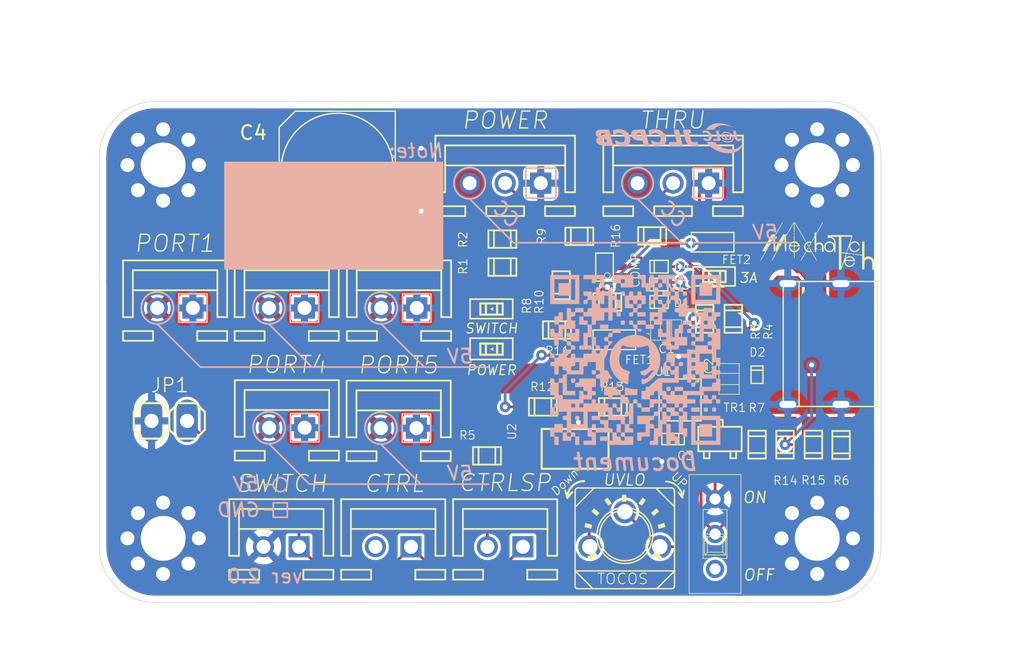
<source format=kicad_pcb>
(kicad_pcb (version 20221018) (generator pcbnew)
  (layers (0 "F.Cu" signal "Top") (31 "B.Cu" signal "Bottom") (34 "B.Paste" user) (35 "F.Paste" user) (36 "B.SilkS" user "B.Silkscreen") (37 "F.SilkS" user "F.Silkscreen") (38 "B.Mask" user) (39 "F.Mask" user) (44 "Edge.Cuts" user))
  (net 0 "")
  (net 1 "VCC")
  (net 2 "GND")
  (net 3 "CC1")
  (net 4 "CC2")
  (net 5 "SWITCH")
  (net 6 "VCC_P")
  (net 7 "ILIM")
  (net 8 "CC")
  (net 9 "Net-(SW1-PadL)")
  (net 10 "Net-(R2-PadLEFT)")
  (net 11 "Net-(R5-PadLEFT)")
  (net 12 "Net-(R6-PadLEFT)")
  (net 13 "Net-(R7-PadRIGHT)")
  (net 14 "Net-(C3-PadL)")
  (net 15 "Net-(U1-PadEFET)")
  (net 16 "Net-(COMP1-PadIN-)")
  (net 17 "Net-(COMP1-PadOUT)")
  (net 18 "Net-(FET1-PadD)")
  (net 19 "Net-(CTRL1-Pad2)")
  (net 20 "Net-(CTRL_I1-Pad1)")
  (net 21 "Net-(CTRL_I1-Pad2)")
  (net 22 "Net-(POW1-PadA)")
  (net 23 "OUT")
  (net 24 "Net-(FET2-PadD)")
  (net 25 "Net-(LED1-PadA)")
  (footprint "USB_JST-XH_Converter:B2B-XH" (layer "F.Cu") (at 133.9611 101.854)
    (fp_text reference "PORT2")
    (fp_text value "02-JST" hide)
  )
  (footprint "USB_JST-XH_Converter:B2B-XH" (layer "F.Cu") (at 141.986 101.854)
    (fp_text reference "PORT3")
    (fp_text value "02-JST" hide)
  )
  (footprint "USB_JST-XH_Converter:B2B-XH" (layer "F.Cu") (at 133.9711 110.4186)
    (fp_text reference "PORT4")
    (fp_text value "02-JST" hide)
  )
  (footprint "USB_JST-XH_Converter:B2B-XH" (layer "F.Cu") (at 141.9611 110.4486)
    (fp_text reference "PORT5")
    (fp_text value "02-JST" hide)
  )
  (footprint "USB_JST-XH_Converter:SS-12D00G3" (layer "F.Cu") (at 164.5711 118.0186 90)
    (fp_text reference "SW1" hide)
    (fp_text value "SS-12D00G3" hide)
  )
  (footprint "USB_JST-XH_Converter:SML-E12V8WT86" (layer "F.Cu") (at 147.7711 101.9286 -90)
    (fp_text reference "SW2" hide)
    (fp_text value "SML-E12V8WT86" hide)
  )
  (footprint "USB_JST-XH_Converter:RG2012" (layer "F.Cu") (at 148.0711 96.9286)
    (fp_text reference "R2" hide)
    (fp_text value "RG2012N-101-B-T5" hide)
  )
  (footprint "USB_JST-XH_Converter:3,2" (layer "F.Cu") (at 125.1311 91.6286)
    (fp_text reference "H1" hide)
    (fp_text value "MOUNT-HOLE3.2(NORESIST)" hide)
  )
  (footprint "USB_JST-XH_Converter:3,2" (layer "F.Cu") (at 125.1311 118.3286)
    (fp_text reference "H2" hide)
    (fp_text value "MOUNT-HOLE3.2(NORESIST)" hide)
  )
  (footprint "USB_JST-XH_Converter:3,2" (layer "F.Cu") (at 171.8711 91.6286)
    (fp_text reference "H3" hide)
    (fp_text value "MOUNT-HOLE3.2(NORESIST)" hide)
  )
  (footprint "USB_JST-XH_Converter:RG2012" (layer "F.Cu") (at 163.825 103.9286 90)
    (fp_text reference "R3" hide)
    (fp_text value "5.1k" hide)
  )
  (footprint "USB_JST-XH_Converter:RG2012" (layer "F.Cu") (at 165.875 103.9286 90)
    (fp_text reference "R4" hide)
    (fp_text value "5.1k" hide)
  )
  (footprint "USB_JST-XH_Converter:B2B-XH" (layer "F.Cu") (at 133.5711 118.9286)
    (fp_text reference "SWITCH")
    (fp_text value "02-JST" hide)
  )
  (footprint "USB_JST-XH_Converter:B2B-XH" (layer "F.Cu") (at 141.5711 118.9286)
    (fp_text reference "CTRL")
    (fp_text value "02-JST" hide)
  )
  (footprint "USB_JST-XH_Converter:B2B-XH" (layer "F.Cu") (at 149.5711 118.9286)
    (fp_text reference "CTRLSP")
    (fp_text value "02-JST" hide)
  )
  (footprint "USB_JST-XH_Converter:GRM21BC72A105KE01" (layer "F.Cu") (at 161.0711 103.4286)
    (fp_text reference "C1" hide)
    (fp_text value "GRM21BC72A105KE01" hide)
  )
  (footprint "USB_JST-XH_Converter:GRM21BC72A105KE01" (layer "F.Cu") (at 165.5711 106.9286 -90)
    (fp_text reference "C2" hide)
    (fp_text value "GRM21BC72A105KE01" hide)
  )
  (footprint "USB_JST-XH_Converter:RG2012" (layer "F.Cu") (at 173.575 112.95 90)
    (fp_text reference "R6" hide)
    (fp_text value "10k" hide)
  )
  (footprint "USB_JST-XH_Converter:RG2012" (layer "F.Cu") (at 167.5711 112.9286 90)
    (fp_text reference "R7" hide)
    (fp_text value "3k" hide)
  )
  (footprint "USB_JST-XH_Converter:RG2012" (layer "F.Cu") (at 153.5711 98.9286 -90)
    (fp_text reference "R8" hide)
    (fp_text value "10k" hide)
  )
  (footprint "USB_JST-XH_Converter:RG2012" (layer "F.Cu") (at 153.5711 96.7286)
    (fp_text reference "R9" hide)
    (fp_text value "2.7k" hide)
  )
  (footprint "USB_JST-XH_Converter:RG2012" (layer "F.Cu") (at 153.5711 108.9286 180)
    (fp_text reference "R12" hide)
    (fp_text value "69.8k" hide)
  )
  (footprint "USB_JST-XH_Converter:RG2012" (layer "F.Cu") (at 158.5711 108.9286 180)
    (fp_text reference "R13" hide)
    (fp_text value "75k" hide)
  )
  (footprint "USB_JST-XH_Converter:SO4_TOS" (layer "F.Cu") (at 154.5711 111.9286)
    (fp_text reference "U2" hide)
    (fp_text value "TLP293" hide)
  )
  (footprint "USB_JST-XH_Converter:GF063PB104K" (layer "F.Cu") (at 154.5711 121.9286)
    (fp_text reference "TP1" hide)
    (fp_text value "GF063PB302K" hide)
  )
  (footprint "USB_JST-XH_Converter:RG2012" (layer "F.Cu") (at 149.5711 112.4286 180)
    (fp_text reference "R5" hide)
    (fp_text value "1k" hide)
  )
  (footprint "USB_JST-XH_Converter:RG2012" (layer "F.Cu") (at 169.5711 112.9286 90)
    (fp_text reference "R14" hide)
    (fp_text value "10k" hide)
  )
  (footprint "USB_JST-XH_Converter:1X02" (layer "F.Cu") (at 125.5711 109.9286 180)
    (fp_text reference "JP1" hide)
    (fp_text value "PINHD-1X2")
  )
  (footprint "USB_JST-XH_Converter:2SC3325" (layer "F.Cu") (at 165.8711 112.4286 90)
    (fp_text reference "TR1" hide)
    (fp_text value "2SC3325" hide)
  )
  (footprint "USB_JST-XH_Converter:SOD-523" (layer "F.Cu") (at 167.5711 106.6286 -90)
    (fp_text reference "D2" hide)
    (fp_text value "PJSD12TS" hide)
  )
  (footprint "USB_JST-XH_Converter:SOD-523" (layer "F.Cu") (at 160.5711 101.4286)
    (fp_text reference "D1" hide)
    (fp_text value "RB751S40" hide)
  )
  (footprint "USB_JST-XH_Converter:SOD-523" (layer "F.Cu") (at 160.55 100.175)
    (fp_text reference "D3" hide)
    (fp_text value "RB751S40" hide)
  )
  (footprint "USB_JST-XH_Converter:SOD-523" (layer "F.Cu") (at 160.5711 98.9)
    (fp_text reference "D4" hide)
    (fp_text value "RB751S40" hide)
  )
  (footprint "USB_JST-XH_Converter:SC-70-5" (layer "F.Cu") (at 155.5711 98.9286 -90)
    (fp_text reference "COMP1" hide)
    (fp_text value "MCP6541T-I_LT" hide)
  )
  (footprint "USB_JST-XH_Converter:SML-E12V8WT86" (layer "F.Cu") (at 147.7711 104.8 -90)
    (fp_text reference "POW1")
    (fp_text value "SML-E12V8WT86" hide)
  )
  (footprint "USB_JST-XH_Converter:RG2012" (layer "F.Cu") (at 148.0711 98.9286)
    (fp_text reference "R1" hide)
    (fp_text value "RG2012N-101-B-T5" hide)
  )
  (footprint "USB_JST-XH_Converter:B3B-XH" (layer "F.Cu") (at 149.5711 92.9286)
    (fp_text reference "POWER")
    (fp_text value "03-JST")
  )
  (footprint "USB_JST-XH_Converter:GRM18" (layer "F.Cu") (at 161.5711 111.2286 180)
    (fp_text reference "C3" hide)
    (fp_text value "GRM1885C1H242JA01D" hide)
  )
  (footprint "USB_JST-XH_Converter:UWT1E221MNL1GS" (layer "F.Cu") (at 137.5711 91.9286)
    (fp_text reference "C4" hide)
    (fp_text value "UWT1E221MNL1GS" hide)
  )
  (footprint "USB_JST-XH_Converter:WSON10B_TOS-RIC" (layer "F.Cu") (at 162.0711 108.4286 180)
    (fp_text reference "U1" hide)
    (fp_text value "TCKE805NAWSON10B_TOS-REC" hide)
  )
  (footprint "USB_JST-XH_Converter:UJC-HP-3-SMT-TR" (layer "F.Cu") (at 173.5711 104.4286 90)
    (fp_text reference "USB1" hide)
    (fp_text value "UJC-HP-3-SMT-TR" hide)
  )
  (footprint "USB_JST-XH_Converter:B2B-XH" (layer "F.Cu") (at 125.984 101.854)
    (fp_text reference "PORT1")
    (fp_text value "02-JST" hide)
  )
  (footprint "USB_JST-XH_Converter:3,2" (layer "F.Cu") (at 171.8711 118.3286)
    (fp_text reference "H4" hide)
    (fp_text value "MOUNT-HOLE3.2(NORESIST)" hide)
  )
  (footprint "USB_JST-XH_Converter:RG2012" (layer "F.Cu") (at 171.6 112.925 90)
    (fp_text reference "R16" hide)
    (fp_text value "100k" hide)
  )
  (footprint "USB_JST-XH_Converter:RG2012" (layer "F.Cu") (at 158.775 96.7)
    (fp_text reference "R18" hide)
    (fp_text value "100" hide)
  )
  (footprint "USB_JST-XH_Converter:B3B-XH" (layer "F.Cu") (at 161.5711 92.9286)
    (fp_text reference "THRU")
    (fp_text value "03-JST")
  )
  (footprint "USB_JST-XH_Converter:SOT-23" (layer "F.Cu") (at 164.4 96.15 180)
    (fp_text reference "FET2" hide)
    (fp_text value "BSS138" hide)
  )
  (footprint "USB_JST-XH_Converter:SML-E12V8WT86" (layer "F.Cu") (at 165.35 99.6 90)
    (fp_text reference "LED1")
    (fp_text value "SML-E12V8WT86" hide)
  )
  (footprint "USB_JST-XH_Converter:SOT-23" (layer "F.Cu") (at 157.3711 103.1286 180)
    (fp_text reference "FET1" hide)
    (fp_text value "BSS138" hide)
  )
  (footprint "USB_JST-XH_Converter:RG2012" (layer "F.Cu") (at 155.5711 101.4286)
    (fp_text reference "R12" hide)
    (fp_text value "10" hide)
  )
  (footprint "USB_JST-XH_Converter:RG2012" (layer "F.Cu") (at 154.5711 103.4286 180)
    (fp_text reference "R13" hide)
    (fp_text value "10k" hide)
  )
  (footprint "USB_JST-XH_Converter:メカテック部ロゴ拡大4" (layer "F.Cu") (at 172 97.35)
    (fp_text reference "G***" hide)
    (fp_text value "LOGO" hide)
  )
  (footprint "USB_JST-XH_Converter:GitHub" (layer "B.Cu") (at 158.85 105.59 180)
    (fp_text reference "G***" hide)
    (fp_text value "LOGO" hide)
  )
  (footprint "USB_JST-XH_Converter:JLCPCB" (layer "B.Cu") (at 161.234786 90.167627 180)
    (fp_text reference "G***" hide)
    (fp_text value "LOGO" hide)
  )
  (gr_poly (pts (xy 145.0975 99.06) (xy 129.54 99.06) (xy 129.54 91.44) (xy 145.0975 91.44)) (stroke (width 0.1)) (fill solid) (layer "B.SilkS"))
  (gr_line (start 165.15 91.85) (end 163.05 91.85) (stroke (width 0.12)) (layer "B.SilkS"))
  (gr_line (start 144.2466 111.4552) (end 144.2466 109.4232) (stroke (width 0.12)) (layer "B.SilkS"))
  (gr_line (start 144.2466 109.4232) (end 142.2146 109.4232) (stroke (width 0.12)) (layer "B.SilkS"))
  (gr_line (start 142.2146 109.4232) (end 142.2146 111.4552) (stroke (width 0.12)) (layer "B.SilkS"))
  (gr_line (start 142.2146 111.4552) (end 144.2466 111.4552) (stroke (width 0.12)) (layer "B.SilkS"))
  (gr_line (start 134 115.78844) (end 133 115.78844) (stroke (width 0.12)) (layer "B.SilkS"))
  (gr_line (start 133 114.49012) (end 132.40056 114.49012) (stroke (width 0.12)) (layer "B.SilkS"))
  (gr_line (start 159.0311 94.047865) (end 162.17 97.18) (stroke (width 0.12)) (layer "B.SilkS"))
  (gr_line (start 136.271 109.3978) (end 134.239 109.3978) (stroke (width 0.12)) (layer "B.SilkS"))
  (gr_line (start 142.24 100.838) (end 142.24 102.87) (stroke (width 0.12)) (layer "B.SilkS"))
  (gr_line (start 133 116.81968) (end 134 116.81968) (stroke (width 0.12)) (layer "B.SilkS"))
  (gr_line (start 134.239 109.3978) (end 134.239 111.4298) (stroke (width 0.12)) (layer "B.SilkS"))
  (gr_circle (center 124.714 101.854) (end 125.857 101.981) (stroke (width 0.12)) (fill none) (layer "B.SilkS"))
  (gr_line (start 163.05 91.85) (end 163.05 94) (stroke (width 0.12)) (layer "B.SilkS"))
  (gr_circle (center 132.7011 110.4186) (end 133.851134 110.4186) (stroke (width 0.12)) (fill none) (layer "B.SilkS"))
  (gr_line (start 163.05 94) (end 165.15 94) (stroke (width 0.12)) (layer "B.SilkS"))
  (gr_line (start 151.05 91.85) (end 151.05 94) (stroke (width 0.12)) (layer "B.SilkS"))
  (gr_circle (center 132.6911 101.854) (end 133.841134 101.854) (stroke (width 0.12)) (fill none) (layer "B.SilkS"))
  (gr_line (start 136.2456 102.8827) (end 136.2456 100.8507) (stroke (width 0.12)) (layer "B.SilkS"))
  (gr_circle (center 159.0311 92.9286) (end 160.15 92.9) (stroke (width 0.12)) (fill none) (layer "B.SilkS"))
  (gr_line (start 147.0311 94.0476) (end 150.16 97.18) (stroke (width 0.12)) (layer "B.SilkS"))
  (gr_line (start 132.7011 111.568634) (end 135.584866 114.4524) (stroke (width 0.12)) (layer "B.SilkS"))
  (gr_line (start 127.793067 106.0831) (end 148.336 106.0831) (stroke (width 0.12)) (layer "B.SilkS"))
  (gr_circle (center 133.5 114.48796) (end 134 114.48796) (stroke (width 0.12)) (fill none) (layer "B.SilkS"))
  (gr_line (start 134.239 111.4298) (end 136.271 111.4298) (stroke (width 0.12)) (layer "B.SilkS"))
  (gr_line (start 150.17 97.18988) (end 170.053 97.18988) (stroke (width 0.12)) (layer "B.SilkS"))
  (gr_line (start 126.238 100.838) (end 126.238 102.87) (stroke (width 0.12)) (layer "B.SilkS"))
  (gr_line (start 140.6911 111.598634) (end 143.544866 114.4524) (stroke (width 0.12)) (layer "B.SilkS"))
  (gr_line (start 135.584866 114.4524) (end 148.3868 114.4524) (stroke (width 0.12)) (layer "B.SilkS"))
  (gr_line (start 126.238 102.87) (end 128.27 102.87) (stroke (width 0.12)) (layer "B.SilkS"))
  (gr_line (start 165.15 94) (end 165.15 91.85) (stroke (width 0.12)) (layer "B.SilkS"))
  (gr_line (start 144.272 102.87) (end 144.272 100.838) (stroke (width 0.12)) (layer "B.SilkS"))
  (gr_line (start 136.271 111.4298) (end 136.271 109.3978) (stroke (width 0.12)) (layer "B.SilkS"))
  (gr_line (start 132.6911 103.004034) (end 135.757466 106.0704) (stroke (width 0.12)) (layer "B.SilkS"))
  (gr_line (start 136.2456 100.8507) (end 134.2136 100.8507) (stroke (width 0.12)) (layer "B.SilkS"))
  (gr_line (start 128.27 102.87) (end 128.27 100.838) (stroke (width 0.12)) (layer "B.SilkS"))
  (gr_line (start 132.97408 116.28844) (end 132.37464 116.28844) (stroke (width 0.12)) (layer "B.SilkS"))
  (gr_line (start 144.272 100.838) (end 142.24 100.838) (stroke (width 0.12)) (layer "B.SilkS"))
  (gr_line (start 153.2 91.85) (end 151.05 91.85) (stroke (width 0.12)) (layer "B.SilkS"))
  (gr_line (start 124.714 103.004033) (end 127.793067 106.0831) (stroke (width 0.12)) (layer "B.SilkS"))
  (gr_line (start 142.24 102.87) (end 144.272 102.87) (stroke (width 0.12)) (layer "B.SilkS"))
  (gr_line (start 153.2 94) (end 153.2 91.85) (stroke (width 0.12)) (layer "B.SilkS"))
  (gr_circle (center 140.716 101.854) (end 141.866034 101.854) (stroke (width 0.12)) (fill none) (layer "B.SilkS"))
  (gr_line (start 133 115.78844) (end 133 116.78844) (stroke (width 0.12)) (layer "B.SilkS"))
  (gr_line (start 140.716 103.004034) (end 143.782366 106.0704) (stroke (width 0.12)) (layer "B.SilkS"))
  (gr_line (start 134.2136 100.8507) (end 134.2136 102.8827) (stroke (width 0.12)) (layer "B.SilkS"))
  (gr_line (start 134.2136 102.8827) (end 136.2456 102.8827) (stroke (width 0.12)) (layer "B.SilkS"))
  (gr_line (start 151.05 94) (end 153.2 94) (stroke (width 0.12)) (layer "B.SilkS"))
  (gr_line (start 134 116.81968) (end 134 115.78844) (stroke (width 0.12)) (layer "B.SilkS"))
  (gr_circle (center 147.0311 92.9286) (end 148.1501 92.9286) (stroke (width 0.12)) (fill none) (layer "B.SilkS"))
  (gr_circle (center 140.6911 110.4486) (end 141.841134 110.4486) (stroke (width 0.12)) (fill none) (layer "B.SilkS"))
  (gr_line (start 128.27 100.838) (end 126.238 100.838) (stroke (width 0.12)) (layer "B.SilkS"))
  (gr_line (start 150.114 101.219) (end 147.066 101.219) (stroke (width 0.12)) (layer "F.SilkS"))
  (gr_line (start 150.114 104.013) (end 147.066 104.013) (stroke (width 0.12)) (layer "F.SilkS"))
  (gr_line (start 166 100.275) (end 166 98.925) (stroke (width 0.12)) (layer "F.SilkS"))
  (gr_line (start 163 98.925) (end 163 100.275) (stroke (width 0.12)) (layer "F.SilkS"))
  (gr_line (start 163 100.275) (end 166 100.275) (stroke (width 0.12)) (layer "F.SilkS"))
  (gr_line (start 166 98.925) (end 163 98.925) (stroke (width 0.12)) (layer "F.SilkS"))
  (gr_arc (start 161.059922 114.269365) (mid 161.874161 114.604567) (end 162.229999 115.410001) (stroke (width 0.12)) (layer "F.SilkS"))
  (gr_line (start 150.114 105.537) (end 150.114 104.013) (stroke (width 0.12)) (layer "F.SilkS"))
  (gr_line (start 147.066 102.616) (end 150.114 102.616) (stroke (width 0.12)) (layer "F.SilkS"))
  (gr_line (start 162.229999 115.410001) (end 161.94 115.03) (stroke (width 0.12)) (layer "F.SilkS"))
  (gr_line (start 162.229999 115.410001) (end 162.35 114.9) (stroke (width 0.12)) (layer "F.SilkS"))
  (gr_line (start 154.02 115.43) (end 153.87 114.91) (stroke (width 0.15)) (layer "F.SilkS"))
  (gr_arc (start 154.02 115.43) (mid 154.368543 114.588543) (end 155.21 114.24) (stroke (width 0.15)) (layer "F.SilkS"))
  (gr_line (start 147.066 101.219) (end 147.066 102.616) (stroke (width 0.12)) (layer "F.SilkS"))
  (gr_line (start 150.114 102.616) (end 150.114 101.219) (stroke (width 0.12)) (layer "F.SilkS"))
  (gr_line (start 147.066 105.537) (end 150.114 105.537) (stroke (width 0.12)) (layer "F.SilkS"))
  (gr_line (start 147.066 104.013) (end 147.066 105.537) (stroke (width 0.12)) (layer "F.SilkS"))
  (gr_line (start 154.02 115.43) (end 154.36 115.03) (stroke (width 0.15)) (layer "F.SilkS"))
  (gr_arc (start 176.4311 118.9286) (mid 175.259527 121.757027) (end 172.4311 122.9286) (stroke (width 0.05)) (layer "Edge.Cuts"))
  (gr_line (start 176.4311 91.0786) (end 176.4311 118.9286) (stroke (width 0.05)) (layer "Edge.Cuts"))
  (gr_arc (start 120.5711 91.0786) (mid 121.742673 88.250173) (end 124.5711 87.0786) (stroke (width 0.05)) (layer "Edge.Cuts"))
  (gr_arc (start 172.4311 87.0786) (mid 175.259527 88.250173) (end 176.4311 91.0786) (stroke (width 0.05)) (layer "Edge.Cuts"))
  (gr_line (start 124.5711 87.0786) (end 172.4311 87.0786) (stroke (width 0.05)) (layer "Edge.Cuts"))
  (gr_line (start 172.4311 122.9286) (end 124.5711 122.9286) (stroke (width 0.05)) (layer "Edge.Cuts"))
  (gr_arc (start 124.5711 122.9286) (mid 121.742673 121.757027) (end 120.5711 118.9286) (stroke (width 0.05)) (layer "Edge.Cuts"))
  (gr_line (start 120.5711 118.9286) (end 120.5711 91.0786) (stroke (width 0.05)) (layer "Edge.Cuts"))
  (gr_text "CC" (at 149.6822 95.1992 -45) (layer "B.SilkS") (effects (font (size 1 1) (thickness 0.15) italic) (justify mirror)))
  (gr_text "5V" (at 146.4056 113.6777) (layer "B.SilkS") (effects (font (size 1 1) (thickness 0.15) italic) (justify mirror)))
  (gr_text "5V" (at 131.09956 114.46256) (layer "B.SilkS") (effects (font (size 1 1) (thickness 0.15) italic) (justify mirror)))
  (gr_text "5V" (at 146.4056 105.3084) (layer "B.SilkS") (effects (font (size 1 1) (thickness 0.15) italic) (justify mirror)))
  (gr_text "ver 2.0" (at 132.41 121.04) (layer "B.SilkS") (effects (font (size 1 1)) (justify mirror)))
  (gr_text "CC" (at 161.6202 95.1992 -45) (layer "B.SilkS") (effects (font (size 1 1) (thickness 0.15) italic) (justify mirror)))
  (gr_text "5V" (at 168.2242 96.4438) (layer "B.SilkS") (effects (font (size 1 1) (thickness 0.15) italic) (justify mirror)))
  (gr_text "Note:" (at 143.256 90.6145) (layer "B.SilkS") (effects (font (size 1 1) (thickness 0.15) italic) (justify mirror)))
  (gr_text "Document" (at 158.93 112.87) (layer "B.SilkS") (effects (font (size 1.2 1.2) (thickness 0.2) italic) (justify mirror)))
  (gr_text "GND" (at 130.57124 116.29644) (layer "B.SilkS") (effects (font (size 1 1) (thickness 0.15) italic) (justify mirror)))
  (gr_text "R6" (at 173.6 114.2) (layer "F.SilkS") (effects (font (size 0.6 0.6) (thickness 0.07))))
  (gr_text "C1" (at 161.11 104.78) (layer "F.SilkS") (effects (font (size 0.6 0.6) (thickness 0.07))))
  (gr_text "R3" (at 167.475 103.55 90) (layer "F.SilkS") (effects (font (size 0.6 0.6) (thickness 0.07))))
  (gr_text "R4" (at 168.375 103.55 90) (layer "F.SilkS") (effects (font (size 0.6 0.6) (thickness 0.07))))
  (gr_text "COMP\n" (at 158.875 99.15 90) (layer "F.SilkS") (effects (font (size 0.6 0.6) (thickness 0.07))))
  (gr_text "D1" (at 162.2 101.475) (layer "F.SilkS") (effects (font (size 0.6 0.6) (thickness 0.07))))
  (gr_text "3A" (at 166.95 99.7) (layer "F.SilkS") (effects (font (size 0.7 0.7) (thickness 0.09) italic)))
  (gr_text "R13" (at 157.22 107.49) (layer "F.SilkS") (effects (font (size 0.6 0.6) (thickness 0.07))))
  (gr_text "FET2" (at 166.1 98.4) (layer "F.SilkS") (effects (font (size 0.6 0.6) (thickness 0.07))))
  (gr_text "UVLO" (at 158.08 114.15) (layer "F.SilkS") (effects (font (size 0.8 0.8) (thickness 0.09) italic)))
  (gr_text "UP" (at 162.02 114.17 -45) (layer "F.SilkS") (effects (font (size 0.6 0.6) (thickness 0.07))))
  (gr_text "R7" (at 167.55 109) (layer "F.SilkS") (effects (font (size 0.6 0.6) (thickness 0.07))))
  (gr_text "C4" (at 131.57 89.32) (layer "F.SilkS") (effects (font (size 1 1))))
  (gr_text "D2" (at 167.6 105.025) (layer "F.SilkS") (effects (font (size 0.6 0.6) (thickness 0.07))))
  (gr_text "R16" (at 157.475 96.7 90) (layer "F.SilkS") (effects (font (size 0.6 0.6) (thickness 0.07))))
  (gr_text "TR1" (at 165.98 108.98) (layer "F.SilkS") (effects (font (size 0.6 0.6) (thickness 0.07))))
  (gr_text "Down" (at 153.82 114.32 45) (layer "F.SilkS") (effects (font (size 0.6 0.6) (thickness 0.07) italic)))
  (gr_text "R1" (at 146.56 98.88 90) (layer "F.SilkS") (effects (font (size 0.6 0.6) (thickness 0.07))))
  (gr_text "D4" (at 162.2 98.95) (layer "F.SilkS") (effects (font (size 0.6 0.6) (thickness 0.07))))
  (gr_text "R2" (at 146.56 96.97 90) (layer "F.SilkS") (effects (font (size 0.6 0.6) (thickness 0.07))))
  (gr_text "R8" (at 151.12 101.7 90) (layer "F.SilkS") (effects (font (size 0.6 0.6) (thickness 0.07))))
  (gr_text "R15" (at 171.6 114.175) (layer "F.SilkS") (effects (font (size 0.6 0.6) (thickness 0.07))))
  (gr_text "OFF" (at 167.7 120.95) (layer "F.SilkS") (effects (font (size 0.8 0.8) (thickness 0.1) italic)))
  (gr_text "C3" (at 162.45 112.42) (layer "F.SilkS") (effects (font (size 0.6 0.6) (thickness 0.07))))
  (gr_text "R9" (at 152.18 96.72 90) (layer "F.SilkS") (effects (font (size 0.6 0.6) (thickness 0.07))))
  (gr_text "SWITCH" (at 148.59 103.3145) (layer "F.SilkS") (effects (font (size 0.7 0.7) (thickness 0.09) italic)))
  (gr_text "POWER" (at 148.59 106.299) (layer "F.SilkS") (effects (font (size 0.7 0.7) (thickness 0.09) italic)))
  (gr_text "JP1" (at 125.603 107.3785) (layer "F.SilkS") (effects (font (size 1 1) (thickness 0.1))))
  (gr_text "C2" (at 164.13 106.01 90) (layer "F.SilkS") (effects (font (size 0.6 0.6) (thickness 0.07))))
  (gr_text "R14" (at 169.6 114.2) (layer "F.SilkS") (effects (font (size 0.6 0.6) (thickness 0.07))))
  (gr_text "R12" (at 152.23 107.49) (layer "F.SilkS") (effects (font (size 0.6 0.6) (thickness 0.07))))
  (gr_text "U2" (at 150.05 110.69 90) (layer "F.SilkS") (effects (font (size 0.6 0.6) (thickness 0.07))))
  (gr_text "U1" (at 160.85 106.4) (layer "F.SilkS") (effects (font (size 0.6 0.6) (thickness 0.07))))
  (gr_text "D3" (at 162.2 100.225) (layer "F.SilkS") (effects (font (size 0.6 0.6) (thickness 0.07))))
  (gr_text "FET1" (at 159.17 105.56) (layer "F.SilkS") (effects (font (size 0.6 0.6) (thickness 0.07))))
  (gr_text "R5" (at 146.87 110.96) (layer "F.SilkS") (effects (font (size 0.6 0.6) (thickness 0.07))))
  (gr_text "R11" (at 153.3 104.92) (layer "F.SilkS") (effects (font (size 0.6 0.6) (thickness 0.07))))
  (gr_text "R10" (at 152 101.41 90) (layer "F.SilkS") (effects (font (size 0.6 0.6) (thickness 0.07))))
  (gr_text "ON" (at 167.4 115.4) (layer "F.SilkS") (effects (font (size 0.8 0.8) (thickness 0.1) italic)))
  (segment (start 150.6711 96.9286) (end 149.3711 95.6286) (width 0.2) (layer "F.Cu") (net 1))
  (segment (start 147.0711 95.6286) (end 140.6911 102.0086) (width 0.2) (layer "F.Cu") (net 1))
  (segment (start 159.9111 101.4286) (end 159.9111 103.2686) (width 0.3) (layer "F.Cu") (net 1))
  (segment (start 140.6911 102.0086) (end 140.6911 102.4286) (width 0.2) (layer "F.Cu") (net 1))
  (segment (start 159.9111 103.2686) (end 160.0711 103.4286) (width 0.3) (layer "F.Cu") (net 1))
  (segment (start 149.3711 95.6286) (end 147.0711 95.6286) (width 0.2) (layer "F.Cu") (net 1))
  (segment (start 160.0711 103.4286) (end 160.0711 106.9036) (width 0.3) (layer "F.Cu") (net 1))
  (segment (start 160.0711 106.9036) (end 160.5961 107.4286) (width 0.3) (layer "F.Cu") (net 1))
  (segment (start 171.571822 110.35) (end 171.575 110.35) (width 0.2) (layer "F.Cu") (net 2))
  (segment (start 157.2711 98.9286) (end 157.7711 98.9286) (width 0.2) (layer "F.Cu") (net 2))
  (segment (start 170.0236 108.7486) (end 169.7711 108.7486) (width 0.2) (layer "F.Cu") (net 2))
  (segment (start 156.1711 96.7286) (end 156.6711 97.2286) (width 0.2) (layer "F.Cu") (net 2))
  (segment (start 157.31655 103.981) (end 156.46415 103.1286) (width 0.2) (layer "F.Cu") (net 2))
  (segment (start 156.46415 103.1286) (end 156.4211 103.1286) (width 0.2) (layer "F.Cu") (net 2))
  (segment (start 159.2235 103.48315) (end 158.72565 103.981) (width 0.2) (layer "F.Cu") (net 2))
  (segment (start 163.45 93.5897) (end 164.1111 92.9286) (width 0.2) (layer "F.Cu") (net 2))
  (segment (start 158.7036 98.9286) (end 159.375 99.6) (width 0.2) (layer "F.Cu") (net 2))
  (segment (start 164.5711 115.5186) (end 164.5711 113.7286) (width 0.2) (layer "F.Cu") (net 2))
  (segment (start 151.9711 103.8089) (end 150.16 105.6) (width 0.2) (layer "F.Cu") (net 2))
  (segment (start 154.8017 110.0286) (end 154.8711 110.0286) (width 0.2) (layer "F.Cu") (net 2))
  (segment (start 167.0711 112.4286) (end 167.5711 112.9286) (width 0.2) (layer "F.Cu") (net 2))
  (segment (start 156.4211 103.5286) (end 156.4211 103.1286) (width 0.2) (layer "F.Cu") (net 2))
  (segment (start 158.72565 103.981) (end 157.31655 103.981) (width 0.2) (layer "F.Cu") (net 2))
  (segment (start 148.55 105.6) (end 147.7711 104.8) (width 0.2) (layer "F.Cu") (net 2))
  (segment (start 156.6711 98.3286) (end 157.2711 98.9286) (width 0.2) (layer "F.Cu") (net 2))
  (segment (start 151.9711 103.4286) (end 153.0711 104.5286) (width 0.2) (layer "F.Cu") (net 2))
  (segment (start 171.6 110.325) (end 170.0236 108.7486) (width 0.2) (layer "F.Cu") (net 2))
  (segment (start 157.7711 98.9286) (end 158.7036 98.9286) (width 0.2) (layer "F.Cu") (net 2))
  (segment (start 155.9711 108.9286) (end 154.8711 110.0286) (width 0.2) (layer "F.Cu") (net 2))
  (segment (start 165.8711 112.4286) (end 167.0711 112.4286) (width 0.2) (layer "F.Cu") (net 2))
  (segment (start 159.375 99.6) (end 159.375 100.6325) (width 0.2) (layer "F.Cu") (net 2))
  (segment (start 153.0711 104.5286) (end 155.4211 104.5286) (width 0.2) (layer "F.Cu") (net 2))
  (segment (start 147.7711 104.8) (end 147.7711 101.9286) (width 0.2) (layer "F.Cu") (net 2))
  (segment (start 159.2235 101.1762) (end 159.2235 103.48315) (width 0.2) (layer "F.Cu") (net 2))
  (segment (start 164.5711 113.7286) (end 165.8711 112.4286) (width 0.2) (layer "F.Cu") (net 2))
  (segment (start 155.4211 104.5286) (end 156.4211 103.5286) (width 0.2) (layer "F.Cu") (net 2))
  (segment (start 156.6711 97.2286) (end 156.6711 98.3286) (width 0.2) (layer "F.Cu") (net 2))
  (segment (start 160.6311 100.8286) (end 161.2311 101.4286) (width 0.2) (layer "F.Cu") (net 2))
  (segment (start 169.2297 100.65) (end 169.7711 100.1086) (width 0.2) (layer "F.Cu") (net 2))
  (segment (start 159.5711 100.8286) (end 159.2235 101.1762) (width 0.2) (layer "F.Cu") (net 2))
  (segment (start 159.375 100.6325) (end 159.418699 100.676199) (width 0.2) (layer "F.Cu") (net 2))
  (segment (start 169.7711 108.7486) (end 169.970422 108.7486) (width 0.2) (layer "F.Cu") (net 2))
  (segment (start 169.4797 100.4) (end 169.7711 100.1086) (width 0.2) (layer "F.Cu") (net 2))
  (segment (start 163.45 96.15) (end 163.45 93.5897) (width 0.2) (layer "F.Cu") (net 2))
  (segment (start 159.5711 100.8286) (end 160.6311 100.8286) (width 0.2) (layer "F.Cu") (net 2))
  (segment (start 150.16 105.6) (end 148.55 105.6) (width 0.2) (layer "F.Cu") (net 2))
  (segment (start 159.418699 100.676199) (end 159.5711 100.8286) (width 0.2) (layer "F.Cu") (net 2))
  (segment (start 151.9711 103.4286) (end 151.9711 103.8089) (width 0.2) (layer "F.Cu") (net 2))
  (via (at 171.8711 94.1804) (size 1.4064) (drill 1) (layers "F.Cu" "B.Cu") (net 2))
  (via (at 143.5711 94.9286) (size 0.7564) (drill 0.35) (layers "F.Cu" "B.Cu") (net 2))
  (via (at 126.935493 89.824207) (size 1.4064) (drill 1) (layers "F.Cu" "B.Cu") (net 2))
  (via (at 122.5793 118.3286) (size 1.4064) (drill 1) (layers "F.Cu" "B.Cu") (net 2))
  (via (at 154.8017 110.0286) (size 0.7564) (drill 0.35) (layers "F.Cu" "B.Cu") (net 2))
  (via (at 123.326706 89.824207) (size 1.4064) (drill 1) (layers "F.Cu" "B.Cu") (net 2))
  (via (at 170.066706 93.432994) (size 1.4064) (drill 1) (layers "F.Cu" "B.Cu") (net 2))
  (via (at 169.3193 118.3286) (size 1.4064) (drill 1) (layers "F.Cu" "B.Cu") (net 2))
  (via (at 127.6829 118.3286) (size 1.4064) (drill 1) (layers "F.Cu" "B.Cu") (net 2))
  (via (at 125.1311 120.8804) (size 1.4064) (drill 1) (layers "F.Cu" "B.Cu") (net 2))
  (via (at 127.6829 91.6286) (size 1.4064) (drill 1) (layers "F.Cu" "B.Cu") (net 2))
  (via (at 123.326706 93.432994) (size 1.4064) (drill 1) (layers "F.Cu" "B.Cu") (net 2))
  (via (at 174.4229 91.6286) (size 1.4064) (drill 1) (layers "F.Cu" "B.Cu") (net 2))
  (via (at 171.8711 120.8804) (size 1.4064) (drill 1) (layers "F.Cu" "B.Cu") (net 2))
  (via (at 161.9711 105.3286) (size 0.7564) (drill 0.35) (layers "F.Cu" "B.Cu") (net 2))
  (via (at 125.1311 94.1804) (size 1.4064) (drill 1) (layers "F.Cu" "B.Cu") (net 2))
  (via (at 170.066706 120.132994) (size 1.4064) (drill 1) (layers "F.Cu" "B.Cu") (net 2))
  (via (at 174.4229 118.3286) (size 1.4064) (drill 1) (layers "F.Cu" "B.Cu") (net 2))
  (via (at 123.326706 116.524207) (size 1.4064) (drill 1) (layers "F.Cu" "B.Cu") (net 2))
  (via (at 160.7711 112.8286) (size 0.7564) (drill 0.35) (layers "F.Cu" "B.Cu") (net 2))
  (via (at 122.5793 91.6286) (size 1.4064) (drill 1) (layers "F.Cu" "B.Cu") (net 2))
  (via (at 126.935493 93.432994) (size 1.4064) (drill 1) (layers "F.Cu" "B.Cu") (net 2))
  (via (at 171.8711 115.7768) (size 1.4064) (drill 1) (layers "F.Cu" "B.Cu") (net 2))
  (via (at 125.1311 115.7768) (size 1.4064) (drill 1) (layers "F.Cu" "B.Cu") (net 2))
  (via (at 170.066706 89.824207) (size 1.4064) (drill 1) (layers "F.Cu" "B.Cu") (net 2))
  (via (at 173.675493 116.524207) (size 1.4064) (drill 1) (layers "F.Cu" "B.Cu") (net 2))
  (via (at 125.1311 89.0768) (size 1.4064) (drill 1) (layers "F.Cu" "B.Cu") (net 2))
  (via (at 173.675493 89.824207) (size 1.4064) (drill 1) (layers "F.Cu" "B.Cu") (net 2))
  (via (at 171.8711 89.0768) (size 1.4064) (drill 1) (layers "F.Cu" "B.Cu") (net 2))
  (via (at 173.675493 93.432994) (size 1.4064) (drill 1) (layers "F.Cu" "B.Cu") (net 2))
  (via (at 170.066706 116.524207) (size 1.4064) (drill 1) (layers "F.Cu" "B.Cu") (net 2))
  (via (at 123.326706 120.132994) (size 1.4064) (drill 1) (layers "F.Cu" "B.Cu") (net 2))
  (via (at 126.935493 120.132994) (size 1.4064) (drill 1) (layers "F.Cu" "B.Cu") (net 2))
  (via (at 126.935493 116.524207) (size 1.4064) (drill 1) (layers "F.Cu" "B.Cu") (net 2))
  (via (at 169.3193 91.6286) (size 1.4064) (drill 1) (layers "F.Cu" "B.Cu") (net 2))
  (via (at 143.5711 90.4286) (size 0.7564) (drill 0.35) (layers "F.Cu" "B.Cu") (net 2))
  (via (at 173.675493 120.132994) (size 1.4064) (drill 1) (layers "F.Cu" "B.Cu") (net 2))
  (segment (start 154.8017 110.0286) (end 153.4017 108.6286) (width 0.2) (layer "B.Cu") (net 2))
  (segment (start 154.5711 108.6286) (end 153.4017 108.6286) (width 0.2) (layer "B.Cu") (net 2))
  (segment (start 154.5711 108.6286) (end 154.5711 107.9286) (width 0.2) (layer "B.Cu") (net 2))
  (segment (start 162.0711 100.025) (end 161.36 100.025) (width 0.2) (layer "F.Cu") (net 3))
  (segment (start 163.825 103.9286) (end 163.5286 103.9286) (width 0.2) (layer "F.Cu") (net 3))
  (segment (start 164.505 105.07) (end 163.825 104.39) (width 0.2) (layer "F.Cu") (net 3))
  (segment (start 163.0017 102.8592) (end 163.0017 102.7286) (width 0.2) (layer "F.Cu") (net 3))
  (segment (start 163.5286 103.9286) (end 163.025 103.425) (width 0.2) (layer "F.Cu") (net 3))
  (segment (start 163.825 104.39) (end 163.825 103.9286) (width 0.2) (layer "F.Cu") (net 3))
  (segment (start 163.025 103.425) (end 163.025 102.6) (width 0.2) (layer "F.Cu") (net 3))
  (segment (start 164.0711 104.1286) (end 164.0711 103.9286) (width 0.2) (layer "F.Cu") (net 3))
  (segment (start 161.36 100.025) (end 161.21 100.175) (width 0.2) (layer "F.Cu") (net 3))
  (segment (start 164.0711 103.9286) (end 164.0711 104.2811) (width 0.2) (layer "F.Cu") (net 3))
  (segment (start 169.6297 105.07) (end 164.505 105.07) (width 0.2) (layer "F.Cu") (net 3))
  (segment (start 169.7711 104.9286) (end 169.6297 105.07) (width 0.2) (layer "F.Cu") (net 3))
  (via (at 162.0711 100.025) (size 0.7564) (drill 0.35) (layers "F.Cu" "B.Cu") (net 3))
  (via (at 163.025 102.6) (size 0.7564) (drill 0.35) (layers "F.Cu" "B.Cu") (net 3))
  (segment (start 163.0017 102.5767) (end 163.025 102.6) (width 0.2) (layer "B.Cu") (net 3))
  (segment (start 163.0017 100.9556) (end 163.0017 102.5767) (width 0.2) (layer "B.Cu") (net 3))
  (segment (start 163.0017 100.9556) (end 162.0711 100.025) (width 0.2) (layer "B.Cu") (net 3))
  (segment (start 162.075 98.9) (end 161.2311 98.9) (width 0.2) (layer "F.Cu") (net 4))
  (segment (start 167.3711 102.9286) (end 166.3711 103.9286) (width 0.2) (layer "F.Cu") (net 4))
  (segment (start 166.0711 103.9286) (end 166.3711 103.9286) (width 0.2) (layer "F.Cu") (net 4))
  (segment (start 169.7711 103.9286) (end 166.0711 103.9286) (width 0.2) (layer "F.Cu") (net 4))
  (via (at 162.075 98.9) (size 0.7564) (drill 0.35) (layers "F.Cu" "B.Cu") (net 4))
  (via (at 167.3711 102.9286) (size 0.7564) (drill 0.35) (layers "F.Cu" "B.Cu") (net 4))
  (segment (start 162.075 98.9) (end 163.3425 98.9) (width 0.2) (layer "B.Cu") (net 4))
  (segment (start 163.3425 98.9) (end 167.3711 102.9286) (width 0.2) (layer "B.Cu") (net 4))
  (segment (start 163.5711 116.8386) (end 163.5711 114.9286) (width 0.2) (layer "F.Cu") (net 5))
  (segment (start 157.4711 118.3286) (end 156.5711 117.4286) (width 0.2) (layer "F.Cu") (net 5))
  (segment (start 144.7251 120.8126) (end 152.5711 120.8126) (width 0.2) (layer "F.Cu") (net 5))
  (segment (start 156.5711 116.1286) (end 157.7711 114.9286) (width 0.2) (layer "F.Cu") (net 5))
  (segment (start 164.6611 117.8386) (end 169.5711 112.9286) (width 0.2) (layer "F.Cu") (net 5))
  (segment (start 163.5711 114.9286) (end 163.5711 112.8286) (width 0.2) (layer "F.Cu") (net 5))
  (segment (start 134.8411 117.9286) (end 134.8411 118.9286) (width 0.2) (layer "F.Cu") (net 5))
  (segment (start 142.8411 118.9286) (end 144.7251 120.8126) (width 0.2) (layer "F.Cu") (net 5))
  (segment (start 140.8711 120.9286) (end 142.8411 118.9586) (width 0.2) (layer "F.Cu") (net 5))
  (segment (start 156.2061 111.2936) (end 157.7211 111.2936) (width 0.2) (layer "F.Cu") (net 5))
  (segment (start 164.5711 118.0186) (end 164.6611 117.8386) (width 0.2) (layer "F.Cu") (net 5))
  (segment (start 169.5747 112.925) (end 169.5711 112.9286) (width 0.2) (layer "F.Cu") (net 5))
  (segment (start 157.7711 114.9286) (end 163.5711 114.9286) (width 0.2) (layer "F.Cu") (net 5))
  (segment (start 157.4711 119.4286) (end 157.4711 118.3286) (width 0.2) (layer "F.Cu") (net 5))
  (segment (start 164.5711 118.0186) (end 163.5711 116.8386) (width 0.2) (layer "F.Cu") (net 5))
  (segment (start 136.8411 120.9286) (end 140.8711 120.9286) (width 0.2) (layer "F.Cu") (net 5))
  (segment (start 152.5711 120.8126) (end 156.0871 120.8126) (width 0.2) (layer "F.Cu") (net 5))
  (segment (start 163.5711 112.8286) (end 163.9711 112.4286) (width 0.2) (layer "F.Cu") (net 5))
  (segment (start 156.0871 120.8126) (end 157.4711 119.4286) (width 0.2) (layer "F.Cu") (net 5))
  (segment (start 134.8411 117.9286) (end 126.8411 109.9286) (width 0.2) (layer "F.Cu") (net 5))
  (segment (start 171.6 112.925) (end 169.5747 112.925) (width 0.2) (layer "F.Cu") (net 5))
  (segment (start 153.5711 119.8126) (end 153.5711 113.9286) (width 0.2) (layer "F.Cu") (net 5))
  (segment (start 142.8411 118.9586) (end 142.8411 118.9286) (width 0.2) (layer "F.Cu") (net 5))
  (segment (start 156.5711 117.4286) (end 156.5711 116.1286) (width 0.2) (layer "F.Cu") (net 5))
  (segment (start 153.5711 113.9286) (end 156.2061 111.2936) (width 0.2) (layer "F.Cu") (net 5))
  (segment (start 134.8411 118.9286) (end 136.8411 120.9286) (width 0.2) (layer "F.Cu") (net 5))
  (segment (start 153.5711 119.8126) (end 152.5711 120.8126) (width 0.2) (layer "F.Cu") (net 5))
  (segment (start 169.5711 110.3286) (end 169.5711 111.6286) (width 0.2) (layer "F.Cu") (net 6))
  (segment (start 150.4711 94.7286) (end 148.7711 94.7286) (width 0.2) (layer "F.Cu") (net 6))
  (segment (start 152.0711 96.3286) (end 150.4711 94.7286) (width 0.2) (layer "F.Cu") (net 6))
  (segment (start 147.0311 92.9886) (end 147.0311 92.9286) (width 0.2) (layer "F.Cu") (net 6))
  (segment (start 148.7711 94.7286) (end 147.0311 92.9886) (width 0.2) (layer "F.Cu") (net 6))
  (segment (start 155.5711 99.5786) (end 155.2211 99.5786) (width 0.2) (layer "F.Cu") (net 6))
  (segment (start 150.6711 98.9286) (end 152.8711 101.1286) (width 0.2) (layer "F.Cu") (net 6))
  (segment (start 153.6711 101.1286) (end 153.5711 101.5286) (width 0.2) (layer "F.Cu") (net 6))
  (segment (start 150.6711 98.9286) (end 152.0711 97.5286) (width 0.2) (layer "F.Cu") (net 6))
  (segment (start 152.8711 101.1286) (end 153.5711 101.5286) (width 0.2) (layer "F.Cu") (net 6))
  (segment (start 152.0711 97.5286) (end 152.0711 96.3286) (width 0.2) (layer "F.Cu") (net 6))
  (segment (start 154.9211 100.2286) (end 154.3711 100.2286) (width 0.2) (layer "F.Cu") (net 6))
  (segment (start 171.4711 105.9286) (end 171.5711 105.8286) (width 0.2) (layer "F.Cu") (net 6))
  (segment (start 154.3711 100.2286) (end 153.5711 101.0286) (width 0.2) (layer "F.Cu") (net 6))
  (segment (start 153.5711 101.0286) (end 153.5711 101.5286) (width 0.2) (layer "F.Cu") (net 6))
  (segment (start 171.5711 105.8286) (end 171.5711 104.9286) (width 0.2) (layer "F.Cu") (net 6))
  (segment (start 155.5711 99.5786) (end 154.9211 100.2286) (width 0.2) (layer "F.Cu") (net 6))
  (segment (start 162.825 93.825) (end 161.775 94.875) (width 0.2) (layer "F.Cu") (net 6))
  (segment (start 158.575 96.725) (end 158.775 96.725) (width 0.2) (layer "F.Cu") (net 6))
  (segment (start 173.575 110.3286) (end 173.575 110.825) (width 0.2) (layer "F.Cu") (net 6))
  (segment (start 162.35 91) (end 162.825 91.475) (width 0.2) (layer "F.Cu") (net 6))
  (segment (start 173.575 110.825) (end 172.7714 111.6286) (width 0.2) (layer "F.Cu") (net 6))
  (segment (start 172.7714 111.6286) (end 169.5711 111.6286) (width 0.2) (layer "F.Cu") (net 6))
  (segment (start 161.775 94.875) (end 160.6 94.875) (width 0.2) (layer "F.Cu") (net 6))
  (segment (start 162.825 91.475) (end 162.825 93.825) (width 0.2) (layer "F.Cu") (net 6))
  (segment (start 160.6 94.875) (end 158.775 96.7) (width 0.2) (layer "F.Cu") (net 6))
  (segment (start 159.0311 92.9286) (end 160.9597 91) (width 0.2) (layer "F.Cu") (net 6))
  (segment (start 160.9597 91) (end 162.35 91) (width 0.2) (layer "F.Cu") (net 6))
  (via (at 169.5711 111.6286) (size 0.7564) (drill 0.35) (layers "F.Cu" "B.Cu") (net 6))
  (via (at 171.4711 105.9286) (size 0.7564) (drill 0.35) (layers "F.Cu" "B.Cu") (net 6))
  (segment (start 169.5711 111.6286) (end 171.4711 109.7286) (width 0.2) (layer "B.Cu") (net 6))
  (segment (start 171.4711 109.7286) (end 171.4711 105.9286) (width 0.2) (layer "B.Cu") (net 6))
  (segment (start 153.5711 108.9286) (end 153.5711 109.9286) (width 0.2) (layer "F.Cu") (net 7))
  (segment (start 160.5961 109.4286) (end 159.0711 109.4286) (width 0.2) (layer "F.Cu") (net 7))
  (segment (start 159.0711 109.4286) (end 158.6211 108.9786) (width 0.2) (layer "F.Cu") (net 7))
  (segment (start 156.8711 110.7286) (end 158.6211 108.9786) (width 0.2) (layer "F.Cu") (net 7))
  (segment (start 154.3711 110.7286) (end 153.5711 109.9286) (width 0.2) (layer "F.Cu") (net 7))
  (segment (start 158.6211 108.9786) (end 158.5711 108.9286) (width 0.2) (layer "F.Cu") (net 7))
  (segment (start 154.3711 110.7286) (end 156.8711 110.7286) (width 0.2) (layer "F.Cu") (net 7))
  (segment (start 157.4 95.825) (end 158.3 94.925) (width 0.2) (layer "F.Cu") (net 8))
  (segment (start 157.7711 98.2786) (end 159.2897 98.2786) (width 0.2) (layer "F.Cu") (net 8))
  (segment (start 159.9111 98.9) (end 159.9111 100.1539) (width 0.2) (layer "F.Cu") (net 8))
  (segment (start 159.9111 100.1539) (end 159.89 100.175) (width 0.2) (layer "F.Cu") (net 8))
  (segment (start 156.5036 94.9286) (end 157.4 95.825) (width 0.2) (layer "F.Cu") (net 8))
  (segment (start 149.5711 92.9286) (end 151.5711 94.9286) (width 0.2) (layer "F.Cu") (net 8))
  (segment (start 159.2897 98.2786) (end 159.9111 98.9) (width 0.2) (layer "F.Cu") (net 8))
  (segment (start 157.4 98.025) (end 157.4 98.22) (width 0.2) (layer "F.Cu") (net 8))
  (segment (start 157.4 95.825) (end 157.4 98.025) (width 0.2) (layer "F.Cu") (net 8))
  (segment (start 158.3 94.925) (end 159.5747 94.925) (width 0.2) (layer "F.Cu") (net 8))
  (segment (start 151.5711 94.9286) (end 156.5036 94.9286) (width 0.2) (layer "F.Cu") (net 8))
  (segment (start 159.5747 94.925) (end 161.5711 92.9286) (width 0.2) (layer "F.Cu") (net 8))
  (segment (start 148.1711 100.5286) (end 149.4211 101.7786) (width 0.2) (layer "F.Cu") (net 10))
  (segment (start 149.4211 101.7786) (end 149.4211 101.9286) (width 0.2) (layer "F.Cu") (net 10))
  (segment (start 148.0711 96.9286) (end 146.7711 98.2286) (width 0.2) (layer "F.Cu") (net 10))
  (segment (start 147.3711 100.5286) (end 148.1711 100.5286) (width 0.2) (layer "F.Cu") (net 10))
  (segment (start 146.7711 98.2286) (end 146.7711 99.9286) (width 0.2) (layer "F.Cu") (net 10))
  (segment (start 146.7711 99.9286) (end 147.3711 100.5286) (width 0.2) (layer "F.Cu") (net 10))
  (segment (start 151.4211 112.5636) (end 149.7061 112.5636) (width 0.3) (layer "F.Cu") (net 11))
  (segment (start 149.7061 112.5636) (end 149.5711 112.4286) (width 0.3) (layer "F.Cu") (net 11))
  (segment (start 158.1211 116.4286) (end 160.6211 118.9286) (width 0.2) (layer "F.Cu") (net 12))
  (segment (start 172.4786 114.025) (end 169.45 114.025) (width 0.2) (layer "F.Cu") (net 12))
  (segment (start 165.575 118.356174) (end 165.002574 118.9286) (width 0.2) (layer "F.Cu") (net 12))
  (segment (start 165.002574 118.9286) (end 160.6211 118.9286) (width 0.2) (layer "F.Cu") (net 12))
  (segment (start 173.575 112.9286) (end 172.4786 114.025) (width 0.2) (layer "F.Cu") (net 12))
  (segment (start 169.45 114.025) (end 165.575 117.9) (width 0.2) (layer "F.Cu") (net 12))
  (segment (start 165.575 117.9) (end 165.575 118.356174) (width 0.2) (layer "F.Cu") (net 12))
  (segment (start 157.5711 113.9286) (end 161.01415 113.9286) (width 0.2) (layer "F.Cu") (net 13))
  (segment (start 164.9211 110.0286) (end 164.91415 110.0286) (width 0.2) (layer "F.Cu") (net 13))
  (segment (start 164.91415 110.0286) (end 161.01415 113.9286) (width 0.2) (layer "F.Cu") (net 13))
  (segment (start 167.2711 110.0286) (end 167.5711 110.3286) (width 0.2) (layer "F.Cu") (net 13))
  (segment (start 155.5711 115.9286) (end 157.5711 113.9286) (width 0.2) (layer "F.Cu") (net 13))
  (segment (start 164.9211 110.0286) (end 164.9211 109.5786) (width 0.2) (layer "F.Cu") (net 13))
  (segment (start 164.2711 108.9286) (end 163.5461 108.9286) (width 0.2) (layer "F.Cu") (net 13))
  (segment (start 164.9211 110.0286) (end 167.2711 110.0286) (width 0.2) (layer "F.Cu") (net 13))
  (segment (start 155.6211 118.9286) (end 155.5711 118.8786) (width 0.2) (layer "F.Cu") (net 13))
  (segment (start 155.5711 118.8786) (end 155.5711 115.9286) (width 0.2) (layer "F.Cu") (net 13))
  (segment (start 164.9211 109.5786) (end 164.2711 108.9286) (width 0.2) (layer "F.Cu") (net 13))
  (segment (start 163.5461 110.0536) (end 162.3711 111.2286) (width 0.2) (layer "F.Cu") (net 14))
  (segment (start 163.5461 109.4286) (end 163.5461 110.0536) (width 0.2) (layer "F.Cu") (net 14))
  (segment (start 153.5711 98.9286) (end 153.5711 96.7286) (width 0.2) (layer "F.Cu") (net 16))
  (segment (start 153.5711 98.9286) (end 154.2211 98.2786) (width 0.2) (layer "F.Cu") (net 16))
  (segment (start 154.2211 98.2786) (end 155.5711 98.2786) (width 0.2) (layer "F.Cu") (net 16))
  (segment (start 157.7711 101.0286) (end 158.1711 101.4286) (width 0.2) (layer "F.Cu") (net 17))
  (segment (start 157.7711 99.5786) (end 157.7711 101.0286) (width 0.2) (layer "F.Cu") (net 17))
  (segment (start 157.2711 105.2286) (end 152.1711 105.2286) (width 0.2) (layer "F.Cu") (net 18))
  (segment (start 150.9711 108.9286) (end 149.5711 108.9286) (width 0.2) (layer "F.Cu") (net 18))
  (segment (start 157.2711 105.2286) (end 157.3711 105.1286) (width 0.2) (layer "F.Cu") (net 18))
  (via (at 152.1711 105.2286) (size 0.7564) (drill 0.35) (layers "F.Cu" "B.Cu") (net 18))
  (via (at 149.5711 108.9286) (size 0.7564) (drill 0.35) (layers "F.Cu" "B.Cu") (net 18))
  (segment (start 149.5711 108.9286) (end 149.5711 107.8286) (width 0.2) (layer "B.Cu") (net 18))
  (segment (start 152.1711 105.2286) (end 149.5711 107.8286) (width 0.2) (layer "B.Cu") (net 18))
  (segment (start 147.5711 120.2286) (end 146.5711 119.2286) (width 0.2) (layer "F.Cu") (net 20))
  (segment (start 150.8411 118.9286) (end 149.5411 120.2286) (width 0.2) (layer "F.Cu") (net 20))
  (segment (start 146.5711 112.8286) (end 146.9711 112.4286) (width 0.2) (layer "F.Cu") (net 20))
  (segment (start 146.5711 119.2286) (end 146.5711 112.8286) (width 0.2) (layer "F.Cu") (net 20))
  (segment (start 149.5411 120.2286) (end 147.5711 120.2286) (width 0.2) (layer "F.Cu") (net 20))
  (segment (start 148.3011 111.81665) (end 148.86655 111.2512) (width 0.2) (layer "F.Cu") (net 21))
  (segment (start 148.3011 118.9286) (end 148.3011 111.81665) (width 0.2) (layer "F.Cu") (net 21))
  (segment (start 151.3787 111.2512) (end 148.86655 111.2512) (width 0.2) (layer "F.Cu") (net 21))
  (segment (start 151.4211 111.2936) (end 151.3787 111.2512) (width 0.2) (layer "F.Cu") (net 21))
  (segment (start 150.4711 103.75) (end 149.4211 104.8) (width 0.2) (layer "F.Cu") (net 22))
  (segment (start 148.0711 98.9286) (end 150.4711 101.3286) (width 0.2) (layer "F.Cu") (net 22))
  (segment (start 150.4711 101.3286) (end 150.4711 103.75) (width 0.2) (layer "F.Cu") (net 22))
  (segment (start 155.5711 101.4286) (end 154.5711 102.4286) (width 0.2) (layer "F.Cu") (net 23))
  (segment (start 154.5711 102.4286) (end 154.5711 103.4286) (width 0.2) (layer "F.Cu") (net 23))
  (segment (start 158.3211 103.1286) (end 157.6985 102.506) (width 0.2) (layer "F.Cu") (net 23))
  (segment (start 157.6985 102.506) (end 157.06655 102.506) (width 0.2) (layer "F.Cu") (net 23))
  (segment (start 157.06655 102.506) (end 155.98915 101.4286) (width 0.2) (layer "F.Cu") (net 23))
  (segment (start 155.5711 101.4286) (end 155.98915 101.4286) (width 0.2) (layer "F.Cu") (net 23))
  (segment (start 164.3 97.225) (end 162.825 97.225) (width 0.2) (layer "F.Cu") (net 23))
  (segment (start 165.35 96.175) (end 164.3 97.225) (width 0.2) (layer "F.Cu") (net 23))
  (segment (start 165.35 96.15) (end 165.35 96.175) (width 0.2) (layer "F.Cu") (net 23))
  (segment (start 156.6497 100.35) (end 155.5711 101.4286) (width 0.2) (layer "F.Cu") (net 23))
  (segment (start 156.875 100.35) (end 156.6497 100.35) (width 0.2) (layer "F.Cu") (net 23))
  (via (at 156.875 100.35) (size 0.8) (drill 0.4) (layers "F.Cu" "B.Cu") (net 23))
  (via (at 162.825 97.225) (size 0.756) (drill 0.35) (layers "F.Cu" "B.Cu") (net 23))
  (segment (start 160 97.225) (end 162.825 97.225) (width 0.2) (layer "B.Cu") (net 23))
  (segment (start 160 97.225) (end 156.875 100.35) (width 0.2) (layer "B.Cu") (net 23))
  (segment (start 164.4 98.15) (end 165.35 99.1) (width 0.2) (layer "F.Cu") (net 24))
  (segment (start 164.4 98.15) (end 164.4 98.175) (width 0.2) (layer "F.Cu") (net 24))
  (segment (start 165.35 99.1) (end 165.35 99.6) (width 0.2) (layer "F.Cu") (net 24))
  (segment (start 161.175 96.725) (end 161.2 96.725) (width 0.2) (layer "F.Cu") (net 25))
  (segment (start 161.375 96.7) (end 161.375 97.275) (width 0.2) (layer "F.Cu") (net 25))
  (segment (start 163.45 99.6) (end 163.7 99.6) (width 0.2) (layer "F.Cu") (net 25))
  (segment (start 161.375 97.275) (end 163.7 99.6) (width 0.2) (layer "F.Cu") (net 25))
  (zone (net 6) (net_name "VCC_P") (layer "F.Cu") (priority 6) (connect_pads yes (clearance 0.000001)) (min_thickness 0.1) (fill yes (thermal_gap 0.508) (thermal_bridge_width 0.508))
    (polygon (pts (xy 167.875243 88.609194) (xy 167.875 93.35) (xy 171.45 96.95) (xy 172.05 96.95) (xy 172.55 97.45) (xy 172.55 105.875) (xy 171.912521 106.5286) (xy 165.612522 106.5286) (xy 164.3711 107.770022) (xy 164.3711 108.6286) (xy 163.0711 108.6286) (xy 163.0711 106.987179) (xy 164.629679 105.4286) (xy 170.6711 105.4286) (xy 170.6711 103.670022) (xy 170.429678 103.4286) (xy 168.9711 103.4286) (xy 168.9711 102.3286) (xy 170.9311 102.3286) (xy 170.9311 99.755518) (xy 170.623624 99.3786) (xy 170.4 99.375) (xy 165.075 94.05) (xy 165.0711 91.970022) (xy 164.929678 91.8286) (xy 161.012522 91.8286) (xy 160.4711 92.370022) (xy 160.4711 93.570021) (xy 159.712521 94.3286) (xy 158.329679 94.3286) (xy 157.4711 93.470021) (xy 157.4711 92.170022) (xy 157.029678 91.7286) (xy 149.112522 91.7286) (xy 148.4711 92.370022) (xy 148.4711 93.770021) (xy 147.912521 94.3286) (xy 146.029679 94.3286) (xy 145.3711 93.670021) (xy 145.3711 90.687179) (xy 150.229679 85.8286) (xy 165.012521 85.8286)))
  )
  (zone (net 2) (net_name "GND") (layer "F.Cu") (priority 6) (connect_pads yes (clearance 0.000001)) (min_thickness 0.15) (fill yes (thermal_gap 0.508) (thermal_bridge_width 0.508))
    (polygon (pts (xy 144.5211 90.266468) (xy 144.5211 95.090732) (xy 143.333232 96.2786) (xy 138.808968 96.2786) (xy 138.0211 95.490732) (xy 138.0211 91.988087) (xy 136.506289 90.3786) (xy 132.570815 90.3786) (xy 130.7211 92.191614) (xy 130.7211 95.886591) (xy 129.819273 96.8786) (xy 124.633232 96.8786) (xy 120.733232 100.7786) (xy 119.2211 100.7786) (xy 119.2211 90.366468) (xy 124.108968 85.4786) (xy 139.733232 85.4786)))
  )
  (zone (net 2) (net_name "GND") (layer "F.Cu") (priority 6) (connect_pads yes (clearance 0.000001)) (min_thickness 0.1) (fill yes (thermal_gap 0.508) (thermal_bridge_width 0.508))
    (polygon (pts (xy 177.5711 120.970021) (xy 174.3711 124.170021) (xy 174.229678 124.0286) (xy 165.9 123.9643) (xy 165.9 117.8357) (xy 169.35 114.2) (xy 172.4 113.625) (xy 174.575 113.625) (xy 174.575 109.4) (xy 172.329678 109.4286) (xy 165.429679 109.4286) (xy 164.5711 108.570021) (xy 164.5711 107.787179) (xy 165.629679 106.7286) (xy 172.028341 106.7286) (xy 172.7311 105.993153) (xy 172.725 97.325) (xy 172.15 96.725) (xy 171.475 96.7) (xy 168.076952 93.294998) (xy 168.073049 88.705003) (xy 170.565277 86.0286) (xy 177.5711 86.0286)))
  )
  (zone (net 2) (net_name "GND") (layer "F.Cu") (priority 6) (connect_pads yes (clearance 0.000001)) (min_thickness 0.1) (fill yes (thermal_gap 0.508) (thermal_bridge_width 0.508))
    (polygon (pts (xy 170.7711 99.893522) (xy 170.7711 102.1686) (xy 162.76841 102.1686) (xy 162.4711 102.531037) (xy 162.4711 105.782668) (xy 162.9011 106.292034) (xy 162.9011 110.274163) (xy 162.608498 110.5286) (xy 161.912522 110.5286) (xy 161.7711 110.670022) (xy 161.7711 112.570021) (xy 161.012521 113.3286) (xy 157.129679 113.3286) (xy 156.6711 112.870021) (xy 156.6711 112.187179) (xy 157.029679 111.8286) (xy 158.429678 111.8286) (xy 160.529679 109.7286) (xy 161.07244 109.7286) (xy 161.2311 109.584363) (xy 161.2311 106.773374) (xy 160.6711 106.273374) (xy 160.6711 101.287179) (xy 161.229679 100.7286) (xy 162.029678 100.7286) (xy 162.375 100.4) (xy 168.25 100.4) (xy 168.992337 99.533429) (xy 170.519162 99.5786)))
  )
  (zone (net 1) (net_name "VCC") (layer "F.Cu") (priority 6) (connect_pads thru_hole_only (clearance 0.000001)) (min_thickness 0.1) (fill yes (thermal_gap 0.508) (thermal_bridge_width 0.508))
    (polygon (pts (xy 137.7711 91.987179) (xy 137.7711 95.487178) (xy 140.012522 97.7286) (xy 143.212521 97.7286) (xy 145.7711 100.287179) (xy 145.7711 104.387178) (xy 147.212522 105.8286) (xy 159.909761 105.8286) (xy 161.0711 106.884363) (xy 161.0711 108.7286) (xy 160.129679 108.7286) (xy 159.329678 107.9286) (xy 149.207175 107.97111) (xy 145.392825 112.228891) (xy 132.105785 112.109203) (xy 126.954669 106.754669) (xy 122.929679 106.8286) (xy 121.7711 105.670021) (xy 121.7711 99.987179) (xy 124.629679 97.1286) (xy 129.829678 97.1286) (xy 130.9711 95.987178) (xy 130.9711 92.287179) (xy 132.629679 90.6286) (xy 136.412521 90.6286)))
  )
  (zone (net 2) (net_name "GND") (layer "B.Cu") (priority 6) (connect_pads thru_hole_only (clearance 0.000001)) (min_thickness 0.1) (fill yes (thermal_gap 0.508) (thermal_bridge_width 0.508))
    (polygon (pts (xy 186.6711 127.0286) (xy 113.4711 127.0286) (xy 113.4711 81.887179) (xy 115.529679 79.8286) (xy 186.6711 79.8286)))
  )
)
</source>
